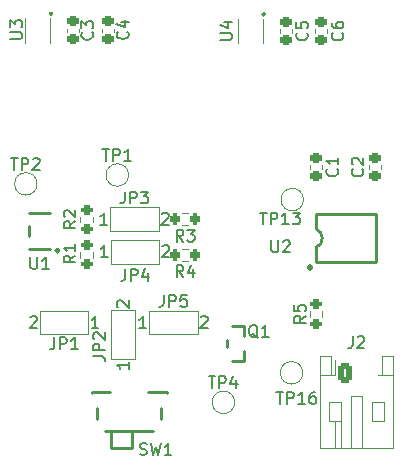
<source format=gbr>
%TF.GenerationSoftware,KiCad,Pcbnew,8.0.1*%
%TF.CreationDate,2024-03-24T23:22:49+02:00*%
%TF.ProjectId,EEE3088F_2024_Group_52_Power,45454533-3038-4384-965f-323032345f47,rev?*%
%TF.SameCoordinates,Original*%
%TF.FileFunction,Legend,Top*%
%TF.FilePolarity,Positive*%
%FSLAX46Y46*%
G04 Gerber Fmt 4.6, Leading zero omitted, Abs format (unit mm)*
G04 Created by KiCad (PCBNEW 8.0.1) date 2024-03-24 23:22:49*
%MOMM*%
%LPD*%
G01*
G04 APERTURE LIST*
G04 Aperture macros list*
%AMRoundRect*
0 Rectangle with rounded corners*
0 $1 Rounding radius*
0 $2 $3 $4 $5 $6 $7 $8 $9 X,Y pos of 4 corners*
0 Add a 4 corners polygon primitive as box body*
4,1,4,$2,$3,$4,$5,$6,$7,$8,$9,$2,$3,0*
0 Add four circle primitives for the rounded corners*
1,1,$1+$1,$2,$3*
1,1,$1+$1,$4,$5*
1,1,$1+$1,$6,$7*
1,1,$1+$1,$8,$9*
0 Add four rect primitives between the rounded corners*
20,1,$1+$1,$2,$3,$4,$5,0*
20,1,$1+$1,$4,$5,$6,$7,0*
20,1,$1+$1,$6,$7,$8,$9,0*
20,1,$1+$1,$8,$9,$2,$3,0*%
G04 Aperture macros list end*
%ADD10C,0.150000*%
%ADD11C,0.120000*%
%ADD12C,0.250000*%
%ADD13O,1.700000X1.700000*%
%ADD14R,1.700000X1.700000*%
%ADD15RoundRect,0.200000X0.200000X0.275000X-0.200000X0.275000X-0.200000X-0.275000X0.200000X-0.275000X0*%
%ADD16R,1.000000X1.500000*%
%ADD17R,1.500000X1.000000*%
%ADD18RoundRect,0.250000X-0.350000X-0.625000X0.350000X-0.625000X0.350000X0.625000X-0.350000X0.625000X0*%
%ADD19O,1.200000X1.750000*%
%ADD20RoundRect,0.225000X-0.250000X0.225000X-0.250000X-0.225000X0.250000X-0.225000X0.250000X0.225000X0*%
%ADD21R,1.600000X0.900000*%
%ADD22R,0.250000X0.520000*%
%ADD23RoundRect,0.200000X-0.275000X0.200000X-0.275000X-0.200000X0.275000X-0.200000X0.275000X0.200000X0*%
%ADD24RoundRect,0.200000X0.275000X-0.200000X0.275000X0.200000X-0.275000X0.200000X-0.275000X-0.200000X0*%
%ADD25R,1.000000X0.600000*%
%ADD26R,0.600000X1.200000*%
%ADD27R,3.300000X2.400000*%
%ADD28C,1.500000*%
%ADD29R,1.000000X0.800000*%
%ADD30R,0.700000X1.500000*%
%ADD31C,0.900000*%
%ADD32RoundRect,0.225000X0.250000X-0.225000X0.250000X0.225000X-0.250000X0.225000X-0.250000X-0.225000X0*%
G04 APERTURE END LIST*
D10*
X125333333Y-37884819D02*
X125000000Y-37408628D01*
X124761905Y-37884819D02*
X124761905Y-36884819D01*
X124761905Y-36884819D02*
X125142857Y-36884819D01*
X125142857Y-36884819D02*
X125238095Y-36932438D01*
X125238095Y-36932438D02*
X125285714Y-36980057D01*
X125285714Y-36980057D02*
X125333333Y-37075295D01*
X125333333Y-37075295D02*
X125333333Y-37218152D01*
X125333333Y-37218152D02*
X125285714Y-37313390D01*
X125285714Y-37313390D02*
X125238095Y-37361009D01*
X125238095Y-37361009D02*
X125142857Y-37408628D01*
X125142857Y-37408628D02*
X124761905Y-37408628D01*
X125666667Y-36884819D02*
X126285714Y-36884819D01*
X126285714Y-36884819D02*
X125952381Y-37265771D01*
X125952381Y-37265771D02*
X126095238Y-37265771D01*
X126095238Y-37265771D02*
X126190476Y-37313390D01*
X126190476Y-37313390D02*
X126238095Y-37361009D01*
X126238095Y-37361009D02*
X126285714Y-37456247D01*
X126285714Y-37456247D02*
X126285714Y-37694342D01*
X126285714Y-37694342D02*
X126238095Y-37789580D01*
X126238095Y-37789580D02*
X126190476Y-37837200D01*
X126190476Y-37837200D02*
X126095238Y-37884819D01*
X126095238Y-37884819D02*
X125809524Y-37884819D01*
X125809524Y-37884819D02*
X125714286Y-37837200D01*
X125714286Y-37837200D02*
X125666667Y-37789580D01*
X123666666Y-42404819D02*
X123666666Y-43119104D01*
X123666666Y-43119104D02*
X123619047Y-43261961D01*
X123619047Y-43261961D02*
X123523809Y-43357200D01*
X123523809Y-43357200D02*
X123380952Y-43404819D01*
X123380952Y-43404819D02*
X123285714Y-43404819D01*
X124142857Y-43404819D02*
X124142857Y-42404819D01*
X124142857Y-42404819D02*
X124523809Y-42404819D01*
X124523809Y-42404819D02*
X124619047Y-42452438D01*
X124619047Y-42452438D02*
X124666666Y-42500057D01*
X124666666Y-42500057D02*
X124714285Y-42595295D01*
X124714285Y-42595295D02*
X124714285Y-42738152D01*
X124714285Y-42738152D02*
X124666666Y-42833390D01*
X124666666Y-42833390D02*
X124619047Y-42881009D01*
X124619047Y-42881009D02*
X124523809Y-42928628D01*
X124523809Y-42928628D02*
X124142857Y-42928628D01*
X125619047Y-42404819D02*
X125142857Y-42404819D01*
X125142857Y-42404819D02*
X125095238Y-42881009D01*
X125095238Y-42881009D02*
X125142857Y-42833390D01*
X125142857Y-42833390D02*
X125238095Y-42785771D01*
X125238095Y-42785771D02*
X125476190Y-42785771D01*
X125476190Y-42785771D02*
X125571428Y-42833390D01*
X125571428Y-42833390D02*
X125619047Y-42881009D01*
X125619047Y-42881009D02*
X125666666Y-42976247D01*
X125666666Y-42976247D02*
X125666666Y-43214342D01*
X125666666Y-43214342D02*
X125619047Y-43309580D01*
X125619047Y-43309580D02*
X125571428Y-43357200D01*
X125571428Y-43357200D02*
X125476190Y-43404819D01*
X125476190Y-43404819D02*
X125238095Y-43404819D01*
X125238095Y-43404819D02*
X125142857Y-43357200D01*
X125142857Y-43357200D02*
X125095238Y-43309580D01*
X122185714Y-45204819D02*
X121614286Y-45204819D01*
X121900000Y-45204819D02*
X121900000Y-44204819D01*
X121900000Y-44204819D02*
X121804762Y-44347676D01*
X121804762Y-44347676D02*
X121709524Y-44442914D01*
X121709524Y-44442914D02*
X121614286Y-44490533D01*
X126814286Y-44300057D02*
X126861905Y-44252438D01*
X126861905Y-44252438D02*
X126957143Y-44204819D01*
X126957143Y-44204819D02*
X127195238Y-44204819D01*
X127195238Y-44204819D02*
X127290476Y-44252438D01*
X127290476Y-44252438D02*
X127338095Y-44300057D01*
X127338095Y-44300057D02*
X127385714Y-44395295D01*
X127385714Y-44395295D02*
X127385714Y-44490533D01*
X127385714Y-44490533D02*
X127338095Y-44633390D01*
X127338095Y-44633390D02*
X126766667Y-45204819D01*
X126766667Y-45204819D02*
X127385714Y-45204819D01*
X120416666Y-40204819D02*
X120416666Y-40919104D01*
X120416666Y-40919104D02*
X120369047Y-41061961D01*
X120369047Y-41061961D02*
X120273809Y-41157200D01*
X120273809Y-41157200D02*
X120130952Y-41204819D01*
X120130952Y-41204819D02*
X120035714Y-41204819D01*
X120892857Y-41204819D02*
X120892857Y-40204819D01*
X120892857Y-40204819D02*
X121273809Y-40204819D01*
X121273809Y-40204819D02*
X121369047Y-40252438D01*
X121369047Y-40252438D02*
X121416666Y-40300057D01*
X121416666Y-40300057D02*
X121464285Y-40395295D01*
X121464285Y-40395295D02*
X121464285Y-40538152D01*
X121464285Y-40538152D02*
X121416666Y-40633390D01*
X121416666Y-40633390D02*
X121369047Y-40681009D01*
X121369047Y-40681009D02*
X121273809Y-40728628D01*
X121273809Y-40728628D02*
X120892857Y-40728628D01*
X122321428Y-40538152D02*
X122321428Y-41204819D01*
X122083333Y-40157200D02*
X121845238Y-40871485D01*
X121845238Y-40871485D02*
X122464285Y-40871485D01*
X118935714Y-39204819D02*
X118364286Y-39204819D01*
X118650000Y-39204819D02*
X118650000Y-38204819D01*
X118650000Y-38204819D02*
X118554762Y-38347676D01*
X118554762Y-38347676D02*
X118459524Y-38442914D01*
X118459524Y-38442914D02*
X118364286Y-38490533D01*
X123564286Y-38300057D02*
X123611905Y-38252438D01*
X123611905Y-38252438D02*
X123707143Y-38204819D01*
X123707143Y-38204819D02*
X123945238Y-38204819D01*
X123945238Y-38204819D02*
X124040476Y-38252438D01*
X124040476Y-38252438D02*
X124088095Y-38300057D01*
X124088095Y-38300057D02*
X124135714Y-38395295D01*
X124135714Y-38395295D02*
X124135714Y-38490533D01*
X124135714Y-38490533D02*
X124088095Y-38633390D01*
X124088095Y-38633390D02*
X123516667Y-39204819D01*
X123516667Y-39204819D02*
X124135714Y-39204819D01*
X117704819Y-47583333D02*
X118419104Y-47583333D01*
X118419104Y-47583333D02*
X118561961Y-47630952D01*
X118561961Y-47630952D02*
X118657200Y-47726190D01*
X118657200Y-47726190D02*
X118704819Y-47869047D01*
X118704819Y-47869047D02*
X118704819Y-47964285D01*
X118704819Y-47107142D02*
X117704819Y-47107142D01*
X117704819Y-47107142D02*
X117704819Y-46726190D01*
X117704819Y-46726190D02*
X117752438Y-46630952D01*
X117752438Y-46630952D02*
X117800057Y-46583333D01*
X117800057Y-46583333D02*
X117895295Y-46535714D01*
X117895295Y-46535714D02*
X118038152Y-46535714D01*
X118038152Y-46535714D02*
X118133390Y-46583333D01*
X118133390Y-46583333D02*
X118181009Y-46630952D01*
X118181009Y-46630952D02*
X118228628Y-46726190D01*
X118228628Y-46726190D02*
X118228628Y-47107142D01*
X117800057Y-46154761D02*
X117752438Y-46107142D01*
X117752438Y-46107142D02*
X117704819Y-46011904D01*
X117704819Y-46011904D02*
X117704819Y-45773809D01*
X117704819Y-45773809D02*
X117752438Y-45678571D01*
X117752438Y-45678571D02*
X117800057Y-45630952D01*
X117800057Y-45630952D02*
X117895295Y-45583333D01*
X117895295Y-45583333D02*
X117990533Y-45583333D01*
X117990533Y-45583333D02*
X118133390Y-45630952D01*
X118133390Y-45630952D02*
X118704819Y-46202380D01*
X118704819Y-46202380D02*
X118704819Y-45583333D01*
X120704819Y-48064285D02*
X120704819Y-48635713D01*
X120704819Y-48349999D02*
X119704819Y-48349999D01*
X119704819Y-48349999D02*
X119847676Y-48445237D01*
X119847676Y-48445237D02*
X119942914Y-48540475D01*
X119942914Y-48540475D02*
X119990533Y-48635713D01*
X119800057Y-43435713D02*
X119752438Y-43388094D01*
X119752438Y-43388094D02*
X119704819Y-43292856D01*
X119704819Y-43292856D02*
X119704819Y-43054761D01*
X119704819Y-43054761D02*
X119752438Y-42959523D01*
X119752438Y-42959523D02*
X119800057Y-42911904D01*
X119800057Y-42911904D02*
X119895295Y-42864285D01*
X119895295Y-42864285D02*
X119990533Y-42864285D01*
X119990533Y-42864285D02*
X120133390Y-42911904D01*
X120133390Y-42911904D02*
X120704819Y-43483332D01*
X120704819Y-43483332D02*
X120704819Y-42864285D01*
X114416666Y-46004819D02*
X114416666Y-46719104D01*
X114416666Y-46719104D02*
X114369047Y-46861961D01*
X114369047Y-46861961D02*
X114273809Y-46957200D01*
X114273809Y-46957200D02*
X114130952Y-47004819D01*
X114130952Y-47004819D02*
X114035714Y-47004819D01*
X114892857Y-47004819D02*
X114892857Y-46004819D01*
X114892857Y-46004819D02*
X115273809Y-46004819D01*
X115273809Y-46004819D02*
X115369047Y-46052438D01*
X115369047Y-46052438D02*
X115416666Y-46100057D01*
X115416666Y-46100057D02*
X115464285Y-46195295D01*
X115464285Y-46195295D02*
X115464285Y-46338152D01*
X115464285Y-46338152D02*
X115416666Y-46433390D01*
X115416666Y-46433390D02*
X115369047Y-46481009D01*
X115369047Y-46481009D02*
X115273809Y-46528628D01*
X115273809Y-46528628D02*
X114892857Y-46528628D01*
X116416666Y-47004819D02*
X115845238Y-47004819D01*
X116130952Y-47004819D02*
X116130952Y-46004819D01*
X116130952Y-46004819D02*
X116035714Y-46147676D01*
X116035714Y-46147676D02*
X115940476Y-46242914D01*
X115940476Y-46242914D02*
X115845238Y-46290533D01*
X118135714Y-45204819D02*
X117564286Y-45204819D01*
X117850000Y-45204819D02*
X117850000Y-44204819D01*
X117850000Y-44204819D02*
X117754762Y-44347676D01*
X117754762Y-44347676D02*
X117659524Y-44442914D01*
X117659524Y-44442914D02*
X117564286Y-44490533D01*
X112364286Y-44300057D02*
X112411905Y-44252438D01*
X112411905Y-44252438D02*
X112507143Y-44204819D01*
X112507143Y-44204819D02*
X112745238Y-44204819D01*
X112745238Y-44204819D02*
X112840476Y-44252438D01*
X112840476Y-44252438D02*
X112888095Y-44300057D01*
X112888095Y-44300057D02*
X112935714Y-44395295D01*
X112935714Y-44395295D02*
X112935714Y-44490533D01*
X112935714Y-44490533D02*
X112888095Y-44633390D01*
X112888095Y-44633390D02*
X112316667Y-45204819D01*
X112316667Y-45204819D02*
X112935714Y-45204819D01*
X120366666Y-33654819D02*
X120366666Y-34369104D01*
X120366666Y-34369104D02*
X120319047Y-34511961D01*
X120319047Y-34511961D02*
X120223809Y-34607200D01*
X120223809Y-34607200D02*
X120080952Y-34654819D01*
X120080952Y-34654819D02*
X119985714Y-34654819D01*
X120842857Y-34654819D02*
X120842857Y-33654819D01*
X120842857Y-33654819D02*
X121223809Y-33654819D01*
X121223809Y-33654819D02*
X121319047Y-33702438D01*
X121319047Y-33702438D02*
X121366666Y-33750057D01*
X121366666Y-33750057D02*
X121414285Y-33845295D01*
X121414285Y-33845295D02*
X121414285Y-33988152D01*
X121414285Y-33988152D02*
X121366666Y-34083390D01*
X121366666Y-34083390D02*
X121319047Y-34131009D01*
X121319047Y-34131009D02*
X121223809Y-34178628D01*
X121223809Y-34178628D02*
X120842857Y-34178628D01*
X121747619Y-33654819D02*
X122366666Y-33654819D01*
X122366666Y-33654819D02*
X122033333Y-34035771D01*
X122033333Y-34035771D02*
X122176190Y-34035771D01*
X122176190Y-34035771D02*
X122271428Y-34083390D01*
X122271428Y-34083390D02*
X122319047Y-34131009D01*
X122319047Y-34131009D02*
X122366666Y-34226247D01*
X122366666Y-34226247D02*
X122366666Y-34464342D01*
X122366666Y-34464342D02*
X122319047Y-34559580D01*
X122319047Y-34559580D02*
X122271428Y-34607200D01*
X122271428Y-34607200D02*
X122176190Y-34654819D01*
X122176190Y-34654819D02*
X121890476Y-34654819D01*
X121890476Y-34654819D02*
X121795238Y-34607200D01*
X121795238Y-34607200D02*
X121747619Y-34559580D01*
X118885714Y-36454819D02*
X118314286Y-36454819D01*
X118600000Y-36454819D02*
X118600000Y-35454819D01*
X118600000Y-35454819D02*
X118504762Y-35597676D01*
X118504762Y-35597676D02*
X118409524Y-35692914D01*
X118409524Y-35692914D02*
X118314286Y-35740533D01*
X123514286Y-35550057D02*
X123561905Y-35502438D01*
X123561905Y-35502438D02*
X123657143Y-35454819D01*
X123657143Y-35454819D02*
X123895238Y-35454819D01*
X123895238Y-35454819D02*
X123990476Y-35502438D01*
X123990476Y-35502438D02*
X124038095Y-35550057D01*
X124038095Y-35550057D02*
X124085714Y-35645295D01*
X124085714Y-35645295D02*
X124085714Y-35740533D01*
X124085714Y-35740533D02*
X124038095Y-35883390D01*
X124038095Y-35883390D02*
X123466667Y-36454819D01*
X123466667Y-36454819D02*
X124085714Y-36454819D01*
X139666666Y-45904819D02*
X139666666Y-46619104D01*
X139666666Y-46619104D02*
X139619047Y-46761961D01*
X139619047Y-46761961D02*
X139523809Y-46857200D01*
X139523809Y-46857200D02*
X139380952Y-46904819D01*
X139380952Y-46904819D02*
X139285714Y-46904819D01*
X140095238Y-46000057D02*
X140142857Y-45952438D01*
X140142857Y-45952438D02*
X140238095Y-45904819D01*
X140238095Y-45904819D02*
X140476190Y-45904819D01*
X140476190Y-45904819D02*
X140571428Y-45952438D01*
X140571428Y-45952438D02*
X140619047Y-46000057D01*
X140619047Y-46000057D02*
X140666666Y-46095295D01*
X140666666Y-46095295D02*
X140666666Y-46190533D01*
X140666666Y-46190533D02*
X140619047Y-46333390D01*
X140619047Y-46333390D02*
X140047619Y-46904819D01*
X140047619Y-46904819D02*
X140666666Y-46904819D01*
X117609580Y-20166666D02*
X117657200Y-20214285D01*
X117657200Y-20214285D02*
X117704819Y-20357142D01*
X117704819Y-20357142D02*
X117704819Y-20452380D01*
X117704819Y-20452380D02*
X117657200Y-20595237D01*
X117657200Y-20595237D02*
X117561961Y-20690475D01*
X117561961Y-20690475D02*
X117466723Y-20738094D01*
X117466723Y-20738094D02*
X117276247Y-20785713D01*
X117276247Y-20785713D02*
X117133390Y-20785713D01*
X117133390Y-20785713D02*
X116942914Y-20738094D01*
X116942914Y-20738094D02*
X116847676Y-20690475D01*
X116847676Y-20690475D02*
X116752438Y-20595237D01*
X116752438Y-20595237D02*
X116704819Y-20452380D01*
X116704819Y-20452380D02*
X116704819Y-20357142D01*
X116704819Y-20357142D02*
X116752438Y-20214285D01*
X116752438Y-20214285D02*
X116800057Y-20166666D01*
X116704819Y-19833332D02*
X116704819Y-19214285D01*
X116704819Y-19214285D02*
X117085771Y-19547618D01*
X117085771Y-19547618D02*
X117085771Y-19404761D01*
X117085771Y-19404761D02*
X117133390Y-19309523D01*
X117133390Y-19309523D02*
X117181009Y-19261904D01*
X117181009Y-19261904D02*
X117276247Y-19214285D01*
X117276247Y-19214285D02*
X117514342Y-19214285D01*
X117514342Y-19214285D02*
X117609580Y-19261904D01*
X117609580Y-19261904D02*
X117657200Y-19309523D01*
X117657200Y-19309523D02*
X117704819Y-19404761D01*
X117704819Y-19404761D02*
X117704819Y-19690475D01*
X117704819Y-19690475D02*
X117657200Y-19785713D01*
X117657200Y-19785713D02*
X117609580Y-19833332D01*
X120609580Y-20116666D02*
X120657200Y-20164285D01*
X120657200Y-20164285D02*
X120704819Y-20307142D01*
X120704819Y-20307142D02*
X120704819Y-20402380D01*
X120704819Y-20402380D02*
X120657200Y-20545237D01*
X120657200Y-20545237D02*
X120561961Y-20640475D01*
X120561961Y-20640475D02*
X120466723Y-20688094D01*
X120466723Y-20688094D02*
X120276247Y-20735713D01*
X120276247Y-20735713D02*
X120133390Y-20735713D01*
X120133390Y-20735713D02*
X119942914Y-20688094D01*
X119942914Y-20688094D02*
X119847676Y-20640475D01*
X119847676Y-20640475D02*
X119752438Y-20545237D01*
X119752438Y-20545237D02*
X119704819Y-20402380D01*
X119704819Y-20402380D02*
X119704819Y-20307142D01*
X119704819Y-20307142D02*
X119752438Y-20164285D01*
X119752438Y-20164285D02*
X119800057Y-20116666D01*
X120038152Y-19259523D02*
X120704819Y-19259523D01*
X119657200Y-19497618D02*
X120371485Y-19735713D01*
X120371485Y-19735713D02*
X120371485Y-19116666D01*
X110704819Y-20711904D02*
X111514342Y-20711904D01*
X111514342Y-20711904D02*
X111609580Y-20664285D01*
X111609580Y-20664285D02*
X111657200Y-20616666D01*
X111657200Y-20616666D02*
X111704819Y-20521428D01*
X111704819Y-20521428D02*
X111704819Y-20330952D01*
X111704819Y-20330952D02*
X111657200Y-20235714D01*
X111657200Y-20235714D02*
X111609580Y-20188095D01*
X111609580Y-20188095D02*
X111514342Y-20140476D01*
X111514342Y-20140476D02*
X110704819Y-20140476D01*
X110704819Y-19759523D02*
X110704819Y-19140476D01*
X110704819Y-19140476D02*
X111085771Y-19473809D01*
X111085771Y-19473809D02*
X111085771Y-19330952D01*
X111085771Y-19330952D02*
X111133390Y-19235714D01*
X111133390Y-19235714D02*
X111181009Y-19188095D01*
X111181009Y-19188095D02*
X111276247Y-19140476D01*
X111276247Y-19140476D02*
X111514342Y-19140476D01*
X111514342Y-19140476D02*
X111609580Y-19188095D01*
X111609580Y-19188095D02*
X111657200Y-19235714D01*
X111657200Y-19235714D02*
X111704819Y-19330952D01*
X111704819Y-19330952D02*
X111704819Y-19616666D01*
X111704819Y-19616666D02*
X111657200Y-19711904D01*
X111657200Y-19711904D02*
X111609580Y-19759523D01*
X135704819Y-44166666D02*
X135228628Y-44499999D01*
X135704819Y-44738094D02*
X134704819Y-44738094D01*
X134704819Y-44738094D02*
X134704819Y-44357142D01*
X134704819Y-44357142D02*
X134752438Y-44261904D01*
X134752438Y-44261904D02*
X134800057Y-44214285D01*
X134800057Y-44214285D02*
X134895295Y-44166666D01*
X134895295Y-44166666D02*
X135038152Y-44166666D01*
X135038152Y-44166666D02*
X135133390Y-44214285D01*
X135133390Y-44214285D02*
X135181009Y-44261904D01*
X135181009Y-44261904D02*
X135228628Y-44357142D01*
X135228628Y-44357142D02*
X135228628Y-44738094D01*
X134704819Y-43261904D02*
X134704819Y-43738094D01*
X134704819Y-43738094D02*
X135181009Y-43785713D01*
X135181009Y-43785713D02*
X135133390Y-43738094D01*
X135133390Y-43738094D02*
X135085771Y-43642856D01*
X135085771Y-43642856D02*
X135085771Y-43404761D01*
X135085771Y-43404761D02*
X135133390Y-43309523D01*
X135133390Y-43309523D02*
X135181009Y-43261904D01*
X135181009Y-43261904D02*
X135276247Y-43214285D01*
X135276247Y-43214285D02*
X135514342Y-43214285D01*
X135514342Y-43214285D02*
X135609580Y-43261904D01*
X135609580Y-43261904D02*
X135657200Y-43309523D01*
X135657200Y-43309523D02*
X135704819Y-43404761D01*
X135704819Y-43404761D02*
X135704819Y-43642856D01*
X135704819Y-43642856D02*
X135657200Y-43738094D01*
X135657200Y-43738094D02*
X135609580Y-43785713D01*
X128454819Y-20811904D02*
X129264342Y-20811904D01*
X129264342Y-20811904D02*
X129359580Y-20764285D01*
X129359580Y-20764285D02*
X129407200Y-20716666D01*
X129407200Y-20716666D02*
X129454819Y-20621428D01*
X129454819Y-20621428D02*
X129454819Y-20430952D01*
X129454819Y-20430952D02*
X129407200Y-20335714D01*
X129407200Y-20335714D02*
X129359580Y-20288095D01*
X129359580Y-20288095D02*
X129264342Y-20240476D01*
X129264342Y-20240476D02*
X128454819Y-20240476D01*
X128788152Y-19335714D02*
X129454819Y-19335714D01*
X128407200Y-19573809D02*
X129121485Y-19811904D01*
X129121485Y-19811904D02*
X129121485Y-19192857D01*
X116204819Y-39066666D02*
X115728628Y-39399999D01*
X116204819Y-39638094D02*
X115204819Y-39638094D01*
X115204819Y-39638094D02*
X115204819Y-39257142D01*
X115204819Y-39257142D02*
X115252438Y-39161904D01*
X115252438Y-39161904D02*
X115300057Y-39114285D01*
X115300057Y-39114285D02*
X115395295Y-39066666D01*
X115395295Y-39066666D02*
X115538152Y-39066666D01*
X115538152Y-39066666D02*
X115633390Y-39114285D01*
X115633390Y-39114285D02*
X115681009Y-39161904D01*
X115681009Y-39161904D02*
X115728628Y-39257142D01*
X115728628Y-39257142D02*
X115728628Y-39638094D01*
X116204819Y-38114285D02*
X116204819Y-38685713D01*
X116204819Y-38399999D02*
X115204819Y-38399999D01*
X115204819Y-38399999D02*
X115347676Y-38495237D01*
X115347676Y-38495237D02*
X115442914Y-38590475D01*
X115442914Y-38590475D02*
X115490533Y-38685713D01*
X112388095Y-39204819D02*
X112388095Y-40014342D01*
X112388095Y-40014342D02*
X112435714Y-40109580D01*
X112435714Y-40109580D02*
X112483333Y-40157200D01*
X112483333Y-40157200D02*
X112578571Y-40204819D01*
X112578571Y-40204819D02*
X112769047Y-40204819D01*
X112769047Y-40204819D02*
X112864285Y-40157200D01*
X112864285Y-40157200D02*
X112911904Y-40109580D01*
X112911904Y-40109580D02*
X112959523Y-40014342D01*
X112959523Y-40014342D02*
X112959523Y-39204819D01*
X113959523Y-40204819D02*
X113388095Y-40204819D01*
X113673809Y-40204819D02*
X113673809Y-39204819D01*
X113673809Y-39204819D02*
X113578571Y-39347676D01*
X113578571Y-39347676D02*
X113483333Y-39442914D01*
X113483333Y-39442914D02*
X113388095Y-39490533D01*
X132798095Y-37788819D02*
X132798095Y-38598342D01*
X132798095Y-38598342D02*
X132845714Y-38693580D01*
X132845714Y-38693580D02*
X132893333Y-38741200D01*
X132893333Y-38741200D02*
X132988571Y-38788819D01*
X132988571Y-38788819D02*
X133179047Y-38788819D01*
X133179047Y-38788819D02*
X133274285Y-38741200D01*
X133274285Y-38741200D02*
X133321904Y-38693580D01*
X133321904Y-38693580D02*
X133369523Y-38598342D01*
X133369523Y-38598342D02*
X133369523Y-37788819D01*
X133798095Y-37884057D02*
X133845714Y-37836438D01*
X133845714Y-37836438D02*
X133940952Y-37788819D01*
X133940952Y-37788819D02*
X134179047Y-37788819D01*
X134179047Y-37788819D02*
X134274285Y-37836438D01*
X134274285Y-37836438D02*
X134321904Y-37884057D01*
X134321904Y-37884057D02*
X134369523Y-37979295D01*
X134369523Y-37979295D02*
X134369523Y-38074533D01*
X134369523Y-38074533D02*
X134321904Y-38217390D01*
X134321904Y-38217390D02*
X133750476Y-38788819D01*
X133750476Y-38788819D02*
X134369523Y-38788819D01*
X133201905Y-50620819D02*
X133773333Y-50620819D01*
X133487619Y-51620819D02*
X133487619Y-50620819D01*
X134106667Y-51620819D02*
X134106667Y-50620819D01*
X134106667Y-50620819D02*
X134487619Y-50620819D01*
X134487619Y-50620819D02*
X134582857Y-50668438D01*
X134582857Y-50668438D02*
X134630476Y-50716057D01*
X134630476Y-50716057D02*
X134678095Y-50811295D01*
X134678095Y-50811295D02*
X134678095Y-50954152D01*
X134678095Y-50954152D02*
X134630476Y-51049390D01*
X134630476Y-51049390D02*
X134582857Y-51097009D01*
X134582857Y-51097009D02*
X134487619Y-51144628D01*
X134487619Y-51144628D02*
X134106667Y-51144628D01*
X135630476Y-51620819D02*
X135059048Y-51620819D01*
X135344762Y-51620819D02*
X135344762Y-50620819D01*
X135344762Y-50620819D02*
X135249524Y-50763676D01*
X135249524Y-50763676D02*
X135154286Y-50858914D01*
X135154286Y-50858914D02*
X135059048Y-50906533D01*
X136487619Y-50620819D02*
X136297143Y-50620819D01*
X136297143Y-50620819D02*
X136201905Y-50668438D01*
X136201905Y-50668438D02*
X136154286Y-50716057D01*
X136154286Y-50716057D02*
X136059048Y-50858914D01*
X136059048Y-50858914D02*
X136011429Y-51049390D01*
X136011429Y-51049390D02*
X136011429Y-51430342D01*
X136011429Y-51430342D02*
X136059048Y-51525580D01*
X136059048Y-51525580D02*
X136106667Y-51573200D01*
X136106667Y-51573200D02*
X136201905Y-51620819D01*
X136201905Y-51620819D02*
X136392381Y-51620819D01*
X136392381Y-51620819D02*
X136487619Y-51573200D01*
X136487619Y-51573200D02*
X136535238Y-51525580D01*
X136535238Y-51525580D02*
X136582857Y-51430342D01*
X136582857Y-51430342D02*
X136582857Y-51192247D01*
X136582857Y-51192247D02*
X136535238Y-51097009D01*
X136535238Y-51097009D02*
X136487619Y-51049390D01*
X136487619Y-51049390D02*
X136392381Y-51001771D01*
X136392381Y-51001771D02*
X136201905Y-51001771D01*
X136201905Y-51001771D02*
X136106667Y-51049390D01*
X136106667Y-51049390D02*
X136059048Y-51097009D01*
X136059048Y-51097009D02*
X136011429Y-51192247D01*
X131821905Y-35436819D02*
X132393333Y-35436819D01*
X132107619Y-36436819D02*
X132107619Y-35436819D01*
X132726667Y-36436819D02*
X132726667Y-35436819D01*
X132726667Y-35436819D02*
X133107619Y-35436819D01*
X133107619Y-35436819D02*
X133202857Y-35484438D01*
X133202857Y-35484438D02*
X133250476Y-35532057D01*
X133250476Y-35532057D02*
X133298095Y-35627295D01*
X133298095Y-35627295D02*
X133298095Y-35770152D01*
X133298095Y-35770152D02*
X133250476Y-35865390D01*
X133250476Y-35865390D02*
X133202857Y-35913009D01*
X133202857Y-35913009D02*
X133107619Y-35960628D01*
X133107619Y-35960628D02*
X132726667Y-35960628D01*
X134250476Y-36436819D02*
X133679048Y-36436819D01*
X133964762Y-36436819D02*
X133964762Y-35436819D01*
X133964762Y-35436819D02*
X133869524Y-35579676D01*
X133869524Y-35579676D02*
X133774286Y-35674914D01*
X133774286Y-35674914D02*
X133679048Y-35722533D01*
X134583810Y-35436819D02*
X135202857Y-35436819D01*
X135202857Y-35436819D02*
X134869524Y-35817771D01*
X134869524Y-35817771D02*
X135012381Y-35817771D01*
X135012381Y-35817771D02*
X135107619Y-35865390D01*
X135107619Y-35865390D02*
X135155238Y-35913009D01*
X135155238Y-35913009D02*
X135202857Y-36008247D01*
X135202857Y-36008247D02*
X135202857Y-36246342D01*
X135202857Y-36246342D02*
X135155238Y-36341580D01*
X135155238Y-36341580D02*
X135107619Y-36389200D01*
X135107619Y-36389200D02*
X135012381Y-36436819D01*
X135012381Y-36436819D02*
X134726667Y-36436819D01*
X134726667Y-36436819D02*
X134631429Y-36389200D01*
X134631429Y-36389200D02*
X134583810Y-36341580D01*
X127474095Y-49306819D02*
X128045523Y-49306819D01*
X127759809Y-50306819D02*
X127759809Y-49306819D01*
X128378857Y-50306819D02*
X128378857Y-49306819D01*
X128378857Y-49306819D02*
X128759809Y-49306819D01*
X128759809Y-49306819D02*
X128855047Y-49354438D01*
X128855047Y-49354438D02*
X128902666Y-49402057D01*
X128902666Y-49402057D02*
X128950285Y-49497295D01*
X128950285Y-49497295D02*
X128950285Y-49640152D01*
X128950285Y-49640152D02*
X128902666Y-49735390D01*
X128902666Y-49735390D02*
X128855047Y-49783009D01*
X128855047Y-49783009D02*
X128759809Y-49830628D01*
X128759809Y-49830628D02*
X128378857Y-49830628D01*
X129807428Y-49640152D02*
X129807428Y-50306819D01*
X129569333Y-49259200D02*
X129331238Y-49973485D01*
X129331238Y-49973485D02*
X129950285Y-49973485D01*
X110738095Y-30806819D02*
X111309523Y-30806819D01*
X111023809Y-31806819D02*
X111023809Y-30806819D01*
X111642857Y-31806819D02*
X111642857Y-30806819D01*
X111642857Y-30806819D02*
X112023809Y-30806819D01*
X112023809Y-30806819D02*
X112119047Y-30854438D01*
X112119047Y-30854438D02*
X112166666Y-30902057D01*
X112166666Y-30902057D02*
X112214285Y-30997295D01*
X112214285Y-30997295D02*
X112214285Y-31140152D01*
X112214285Y-31140152D02*
X112166666Y-31235390D01*
X112166666Y-31235390D02*
X112119047Y-31283009D01*
X112119047Y-31283009D02*
X112023809Y-31330628D01*
X112023809Y-31330628D02*
X111642857Y-31330628D01*
X112595238Y-30902057D02*
X112642857Y-30854438D01*
X112642857Y-30854438D02*
X112738095Y-30806819D01*
X112738095Y-30806819D02*
X112976190Y-30806819D01*
X112976190Y-30806819D02*
X113071428Y-30854438D01*
X113071428Y-30854438D02*
X113119047Y-30902057D01*
X113119047Y-30902057D02*
X113166666Y-30997295D01*
X113166666Y-30997295D02*
X113166666Y-31092533D01*
X113166666Y-31092533D02*
X113119047Y-31235390D01*
X113119047Y-31235390D02*
X112547619Y-31806819D01*
X112547619Y-31806819D02*
X113166666Y-31806819D01*
X118488095Y-30056819D02*
X119059523Y-30056819D01*
X118773809Y-31056819D02*
X118773809Y-30056819D01*
X119392857Y-31056819D02*
X119392857Y-30056819D01*
X119392857Y-30056819D02*
X119773809Y-30056819D01*
X119773809Y-30056819D02*
X119869047Y-30104438D01*
X119869047Y-30104438D02*
X119916666Y-30152057D01*
X119916666Y-30152057D02*
X119964285Y-30247295D01*
X119964285Y-30247295D02*
X119964285Y-30390152D01*
X119964285Y-30390152D02*
X119916666Y-30485390D01*
X119916666Y-30485390D02*
X119869047Y-30533009D01*
X119869047Y-30533009D02*
X119773809Y-30580628D01*
X119773809Y-30580628D02*
X119392857Y-30580628D01*
X120916666Y-31056819D02*
X120345238Y-31056819D01*
X120630952Y-31056819D02*
X120630952Y-30056819D01*
X120630952Y-30056819D02*
X120535714Y-30199676D01*
X120535714Y-30199676D02*
X120440476Y-30294914D01*
X120440476Y-30294914D02*
X120345238Y-30342533D01*
X121666667Y-55907200D02*
X121809524Y-55954819D01*
X121809524Y-55954819D02*
X122047619Y-55954819D01*
X122047619Y-55954819D02*
X122142857Y-55907200D01*
X122142857Y-55907200D02*
X122190476Y-55859580D01*
X122190476Y-55859580D02*
X122238095Y-55764342D01*
X122238095Y-55764342D02*
X122238095Y-55669104D01*
X122238095Y-55669104D02*
X122190476Y-55573866D01*
X122190476Y-55573866D02*
X122142857Y-55526247D01*
X122142857Y-55526247D02*
X122047619Y-55478628D01*
X122047619Y-55478628D02*
X121857143Y-55431009D01*
X121857143Y-55431009D02*
X121761905Y-55383390D01*
X121761905Y-55383390D02*
X121714286Y-55335771D01*
X121714286Y-55335771D02*
X121666667Y-55240533D01*
X121666667Y-55240533D02*
X121666667Y-55145295D01*
X121666667Y-55145295D02*
X121714286Y-55050057D01*
X121714286Y-55050057D02*
X121761905Y-55002438D01*
X121761905Y-55002438D02*
X121857143Y-54954819D01*
X121857143Y-54954819D02*
X122095238Y-54954819D01*
X122095238Y-54954819D02*
X122238095Y-55002438D01*
X122571429Y-54954819D02*
X122809524Y-55954819D01*
X122809524Y-55954819D02*
X123000000Y-55240533D01*
X123000000Y-55240533D02*
X123190476Y-55954819D01*
X123190476Y-55954819D02*
X123428572Y-54954819D01*
X124333333Y-55954819D02*
X123761905Y-55954819D01*
X124047619Y-55954819D02*
X124047619Y-54954819D01*
X124047619Y-54954819D02*
X123952381Y-55097676D01*
X123952381Y-55097676D02*
X123857143Y-55192914D01*
X123857143Y-55192914D02*
X123761905Y-55240533D01*
X125333333Y-40884819D02*
X125000000Y-40408628D01*
X124761905Y-40884819D02*
X124761905Y-39884819D01*
X124761905Y-39884819D02*
X125142857Y-39884819D01*
X125142857Y-39884819D02*
X125238095Y-39932438D01*
X125238095Y-39932438D02*
X125285714Y-39980057D01*
X125285714Y-39980057D02*
X125333333Y-40075295D01*
X125333333Y-40075295D02*
X125333333Y-40218152D01*
X125333333Y-40218152D02*
X125285714Y-40313390D01*
X125285714Y-40313390D02*
X125238095Y-40361009D01*
X125238095Y-40361009D02*
X125142857Y-40408628D01*
X125142857Y-40408628D02*
X124761905Y-40408628D01*
X126190476Y-40218152D02*
X126190476Y-40884819D01*
X125952381Y-39837200D02*
X125714286Y-40551485D01*
X125714286Y-40551485D02*
X126333333Y-40551485D01*
X116204819Y-36166666D02*
X115728628Y-36499999D01*
X116204819Y-36738094D02*
X115204819Y-36738094D01*
X115204819Y-36738094D02*
X115204819Y-36357142D01*
X115204819Y-36357142D02*
X115252438Y-36261904D01*
X115252438Y-36261904D02*
X115300057Y-36214285D01*
X115300057Y-36214285D02*
X115395295Y-36166666D01*
X115395295Y-36166666D02*
X115538152Y-36166666D01*
X115538152Y-36166666D02*
X115633390Y-36214285D01*
X115633390Y-36214285D02*
X115681009Y-36261904D01*
X115681009Y-36261904D02*
X115728628Y-36357142D01*
X115728628Y-36357142D02*
X115728628Y-36738094D01*
X115300057Y-35785713D02*
X115252438Y-35738094D01*
X115252438Y-35738094D02*
X115204819Y-35642856D01*
X115204819Y-35642856D02*
X115204819Y-35404761D01*
X115204819Y-35404761D02*
X115252438Y-35309523D01*
X115252438Y-35309523D02*
X115300057Y-35261904D01*
X115300057Y-35261904D02*
X115395295Y-35214285D01*
X115395295Y-35214285D02*
X115490533Y-35214285D01*
X115490533Y-35214285D02*
X115633390Y-35261904D01*
X115633390Y-35261904D02*
X116204819Y-35833332D01*
X116204819Y-35833332D02*
X116204819Y-35214285D01*
X131654761Y-46050057D02*
X131559523Y-46002438D01*
X131559523Y-46002438D02*
X131464285Y-45907200D01*
X131464285Y-45907200D02*
X131321428Y-45764342D01*
X131321428Y-45764342D02*
X131226190Y-45716723D01*
X131226190Y-45716723D02*
X131130952Y-45716723D01*
X131178571Y-45954819D02*
X131083333Y-45907200D01*
X131083333Y-45907200D02*
X130988095Y-45811961D01*
X130988095Y-45811961D02*
X130940476Y-45621485D01*
X130940476Y-45621485D02*
X130940476Y-45288152D01*
X130940476Y-45288152D02*
X130988095Y-45097676D01*
X130988095Y-45097676D02*
X131083333Y-45002438D01*
X131083333Y-45002438D02*
X131178571Y-44954819D01*
X131178571Y-44954819D02*
X131369047Y-44954819D01*
X131369047Y-44954819D02*
X131464285Y-45002438D01*
X131464285Y-45002438D02*
X131559523Y-45097676D01*
X131559523Y-45097676D02*
X131607142Y-45288152D01*
X131607142Y-45288152D02*
X131607142Y-45621485D01*
X131607142Y-45621485D02*
X131559523Y-45811961D01*
X131559523Y-45811961D02*
X131464285Y-45907200D01*
X131464285Y-45907200D02*
X131369047Y-45954819D01*
X131369047Y-45954819D02*
X131178571Y-45954819D01*
X132559523Y-45954819D02*
X131988095Y-45954819D01*
X132273809Y-45954819D02*
X132273809Y-44954819D01*
X132273809Y-44954819D02*
X132178571Y-45097676D01*
X132178571Y-45097676D02*
X132083333Y-45192914D01*
X132083333Y-45192914D02*
X131988095Y-45240533D01*
X138789580Y-20216666D02*
X138837200Y-20264285D01*
X138837200Y-20264285D02*
X138884819Y-20407142D01*
X138884819Y-20407142D02*
X138884819Y-20502380D01*
X138884819Y-20502380D02*
X138837200Y-20645237D01*
X138837200Y-20645237D02*
X138741961Y-20740475D01*
X138741961Y-20740475D02*
X138646723Y-20788094D01*
X138646723Y-20788094D02*
X138456247Y-20835713D01*
X138456247Y-20835713D02*
X138313390Y-20835713D01*
X138313390Y-20835713D02*
X138122914Y-20788094D01*
X138122914Y-20788094D02*
X138027676Y-20740475D01*
X138027676Y-20740475D02*
X137932438Y-20645237D01*
X137932438Y-20645237D02*
X137884819Y-20502380D01*
X137884819Y-20502380D02*
X137884819Y-20407142D01*
X137884819Y-20407142D02*
X137932438Y-20264285D01*
X137932438Y-20264285D02*
X137980057Y-20216666D01*
X137884819Y-19359523D02*
X137884819Y-19549999D01*
X137884819Y-19549999D02*
X137932438Y-19645237D01*
X137932438Y-19645237D02*
X137980057Y-19692856D01*
X137980057Y-19692856D02*
X138122914Y-19788094D01*
X138122914Y-19788094D02*
X138313390Y-19835713D01*
X138313390Y-19835713D02*
X138694342Y-19835713D01*
X138694342Y-19835713D02*
X138789580Y-19788094D01*
X138789580Y-19788094D02*
X138837200Y-19740475D01*
X138837200Y-19740475D02*
X138884819Y-19645237D01*
X138884819Y-19645237D02*
X138884819Y-19454761D01*
X138884819Y-19454761D02*
X138837200Y-19359523D01*
X138837200Y-19359523D02*
X138789580Y-19311904D01*
X138789580Y-19311904D02*
X138694342Y-19264285D01*
X138694342Y-19264285D02*
X138456247Y-19264285D01*
X138456247Y-19264285D02*
X138361009Y-19311904D01*
X138361009Y-19311904D02*
X138313390Y-19359523D01*
X138313390Y-19359523D02*
X138265771Y-19454761D01*
X138265771Y-19454761D02*
X138265771Y-19645237D01*
X138265771Y-19645237D02*
X138313390Y-19740475D01*
X138313390Y-19740475D02*
X138361009Y-19788094D01*
X138361009Y-19788094D02*
X138456247Y-19835713D01*
X135789580Y-20216666D02*
X135837200Y-20264285D01*
X135837200Y-20264285D02*
X135884819Y-20407142D01*
X135884819Y-20407142D02*
X135884819Y-20502380D01*
X135884819Y-20502380D02*
X135837200Y-20645237D01*
X135837200Y-20645237D02*
X135741961Y-20740475D01*
X135741961Y-20740475D02*
X135646723Y-20788094D01*
X135646723Y-20788094D02*
X135456247Y-20835713D01*
X135456247Y-20835713D02*
X135313390Y-20835713D01*
X135313390Y-20835713D02*
X135122914Y-20788094D01*
X135122914Y-20788094D02*
X135027676Y-20740475D01*
X135027676Y-20740475D02*
X134932438Y-20645237D01*
X134932438Y-20645237D02*
X134884819Y-20502380D01*
X134884819Y-20502380D02*
X134884819Y-20407142D01*
X134884819Y-20407142D02*
X134932438Y-20264285D01*
X134932438Y-20264285D02*
X134980057Y-20216666D01*
X134884819Y-19311904D02*
X134884819Y-19788094D01*
X134884819Y-19788094D02*
X135361009Y-19835713D01*
X135361009Y-19835713D02*
X135313390Y-19788094D01*
X135313390Y-19788094D02*
X135265771Y-19692856D01*
X135265771Y-19692856D02*
X135265771Y-19454761D01*
X135265771Y-19454761D02*
X135313390Y-19359523D01*
X135313390Y-19359523D02*
X135361009Y-19311904D01*
X135361009Y-19311904D02*
X135456247Y-19264285D01*
X135456247Y-19264285D02*
X135694342Y-19264285D01*
X135694342Y-19264285D02*
X135789580Y-19311904D01*
X135789580Y-19311904D02*
X135837200Y-19359523D01*
X135837200Y-19359523D02*
X135884819Y-19454761D01*
X135884819Y-19454761D02*
X135884819Y-19692856D01*
X135884819Y-19692856D02*
X135837200Y-19788094D01*
X135837200Y-19788094D02*
X135789580Y-19835713D01*
X140489580Y-31725666D02*
X140537200Y-31773285D01*
X140537200Y-31773285D02*
X140584819Y-31916142D01*
X140584819Y-31916142D02*
X140584819Y-32011380D01*
X140584819Y-32011380D02*
X140537200Y-32154237D01*
X140537200Y-32154237D02*
X140441961Y-32249475D01*
X140441961Y-32249475D02*
X140346723Y-32297094D01*
X140346723Y-32297094D02*
X140156247Y-32344713D01*
X140156247Y-32344713D02*
X140013390Y-32344713D01*
X140013390Y-32344713D02*
X139822914Y-32297094D01*
X139822914Y-32297094D02*
X139727676Y-32249475D01*
X139727676Y-32249475D02*
X139632438Y-32154237D01*
X139632438Y-32154237D02*
X139584819Y-32011380D01*
X139584819Y-32011380D02*
X139584819Y-31916142D01*
X139584819Y-31916142D02*
X139632438Y-31773285D01*
X139632438Y-31773285D02*
X139680057Y-31725666D01*
X139680057Y-31344713D02*
X139632438Y-31297094D01*
X139632438Y-31297094D02*
X139584819Y-31201856D01*
X139584819Y-31201856D02*
X139584819Y-30963761D01*
X139584819Y-30963761D02*
X139632438Y-30868523D01*
X139632438Y-30868523D02*
X139680057Y-30820904D01*
X139680057Y-30820904D02*
X139775295Y-30773285D01*
X139775295Y-30773285D02*
X139870533Y-30773285D01*
X139870533Y-30773285D02*
X140013390Y-30820904D01*
X140013390Y-30820904D02*
X140584819Y-31392332D01*
X140584819Y-31392332D02*
X140584819Y-30773285D01*
X138349580Y-31725666D02*
X138397200Y-31773285D01*
X138397200Y-31773285D02*
X138444819Y-31916142D01*
X138444819Y-31916142D02*
X138444819Y-32011380D01*
X138444819Y-32011380D02*
X138397200Y-32154237D01*
X138397200Y-32154237D02*
X138301961Y-32249475D01*
X138301961Y-32249475D02*
X138206723Y-32297094D01*
X138206723Y-32297094D02*
X138016247Y-32344713D01*
X138016247Y-32344713D02*
X137873390Y-32344713D01*
X137873390Y-32344713D02*
X137682914Y-32297094D01*
X137682914Y-32297094D02*
X137587676Y-32249475D01*
X137587676Y-32249475D02*
X137492438Y-32154237D01*
X137492438Y-32154237D02*
X137444819Y-32011380D01*
X137444819Y-32011380D02*
X137444819Y-31916142D01*
X137444819Y-31916142D02*
X137492438Y-31773285D01*
X137492438Y-31773285D02*
X137540057Y-31725666D01*
X138444819Y-30773285D02*
X138444819Y-31344713D01*
X138444819Y-31058999D02*
X137444819Y-31058999D01*
X137444819Y-31058999D02*
X137587676Y-31154237D01*
X137587676Y-31154237D02*
X137682914Y-31249475D01*
X137682914Y-31249475D02*
X137730533Y-31344713D01*
D11*
%TO.C,R3*%
X125737258Y-35477500D02*
X125262742Y-35477500D01*
X125737258Y-36522500D02*
X125262742Y-36522500D01*
%TO.C,JP5*%
X122450000Y-43750000D02*
X126550000Y-43750000D01*
X122450000Y-45750000D02*
X122450000Y-43750000D01*
X126550000Y-43750000D02*
X126550000Y-45750000D01*
X126550000Y-45750000D02*
X122450000Y-45750000D01*
%TO.C,JP4*%
X119200000Y-37750000D02*
X123300000Y-37750000D01*
X119200000Y-39750000D02*
X119200000Y-37750000D01*
X123300000Y-37750000D02*
X123300000Y-39750000D01*
X123300000Y-39750000D02*
X119200000Y-39750000D01*
%TO.C,JP2*%
X119250000Y-47800000D02*
X119250000Y-43700000D01*
X121250000Y-47800000D02*
X119250000Y-47800000D01*
X119250000Y-43700000D02*
X121250000Y-43700000D01*
X121250000Y-43700000D02*
X121250000Y-47800000D01*
%TO.C,JP1*%
X117300000Y-45750000D02*
X113200000Y-45750000D01*
X117300000Y-43750000D02*
X117300000Y-45750000D01*
X113200000Y-45750000D02*
X113200000Y-43750000D01*
X113200000Y-43750000D02*
X117300000Y-43750000D01*
%TO.C,JP3*%
X119150000Y-35000000D02*
X123250000Y-35000000D01*
X119150000Y-37000000D02*
X119150000Y-35000000D01*
X123250000Y-35000000D02*
X123250000Y-37000000D01*
X123250000Y-37000000D02*
X119150000Y-37000000D01*
%TO.C,J2*%
X136940000Y-47540000D02*
X136940000Y-55360000D01*
X136940000Y-49140000D02*
X137860000Y-49140000D01*
X136940000Y-55360000D02*
X143060000Y-55360000D01*
X137700000Y-51500000D02*
X137700000Y-53100000D01*
X137700000Y-53100000D02*
X138700000Y-53100000D01*
X137860000Y-47540000D02*
X136940000Y-47540000D01*
X137860000Y-49140000D02*
X137860000Y-47540000D01*
X138140000Y-49140000D02*
X137860000Y-49140000D01*
X138140000Y-49140000D02*
X138140000Y-47925000D01*
X138200000Y-53100000D02*
X138200000Y-55360000D01*
X138700000Y-51500000D02*
X137700000Y-51500000D01*
X138700000Y-53100000D02*
X138700000Y-51500000D01*
X138700000Y-53100000D02*
X138700000Y-55360000D01*
X139500000Y-51000000D02*
X140500000Y-51000000D01*
X139500000Y-55360000D02*
X139500000Y-51000000D01*
X140500000Y-51000000D02*
X140500000Y-55360000D01*
X141300000Y-51500000D02*
X142300000Y-51500000D01*
X141300000Y-53100000D02*
X141300000Y-51500000D01*
X142140000Y-47540000D02*
X142140000Y-49140000D01*
X142140000Y-49140000D02*
X141860000Y-49140000D01*
X142300000Y-51500000D02*
X142300000Y-53100000D01*
X142300000Y-53100000D02*
X141300000Y-53100000D01*
X143060000Y-47540000D02*
X142140000Y-47540000D01*
X143060000Y-49140000D02*
X142140000Y-49140000D01*
X143060000Y-55360000D02*
X143060000Y-47540000D01*
%TO.C,C3*%
X115490000Y-19859420D02*
X115490000Y-20140580D01*
X116510000Y-19859420D02*
X116510000Y-20140580D01*
%TO.C,C4*%
X118490000Y-19859420D02*
X118490000Y-20140580D01*
X119510000Y-19859420D02*
X119510000Y-20140580D01*
D12*
%TO.C,U3*%
X114220000Y-18600000D02*
G75*
G02*
X114060000Y-18600000I-80000J0D01*
G01*
X114060000Y-18600000D02*
G75*
G02*
X114220000Y-18600000I80000J0D01*
G01*
D11*
X114060000Y-21050000D02*
X114060000Y-18950000D01*
X111940000Y-18960000D02*
X111940000Y-21060000D01*
%TO.C,R5*%
X137082500Y-43762742D02*
X137082500Y-44237258D01*
X136037500Y-43762742D02*
X136037500Y-44237258D01*
%TO.C,U4*%
X129940000Y-19010000D02*
X129940000Y-21110000D01*
X132060000Y-21100000D02*
X132060000Y-19000000D01*
D12*
X132220000Y-18650000D02*
G75*
G02*
X132060000Y-18650000I-80000J0D01*
G01*
X132060000Y-18650000D02*
G75*
G02*
X132220000Y-18650000I80000J0D01*
G01*
D11*
%TO.C,R1*%
X117672500Y-39237258D02*
X117672500Y-38762742D01*
X116627500Y-39237258D02*
X116627500Y-38762742D01*
D12*
%TO.C,U1*%
X112250000Y-35450000D02*
X114050000Y-35450000D01*
X112250000Y-37400000D02*
X112250000Y-36600000D01*
X112250000Y-38550000D02*
X114050000Y-38550000D01*
X114800000Y-38650000D02*
G75*
G02*
X114540000Y-38650000I-130000J0D01*
G01*
X114540000Y-38650000D02*
G75*
G02*
X114800000Y-38650000I130000J0D01*
G01*
%TO.C,U2*%
X136540000Y-35540000D02*
X141640000Y-35540000D01*
X136540000Y-36790000D02*
X136540000Y-35540000D01*
X136540000Y-38390000D02*
X136540000Y-39640000D01*
X141640000Y-35540000D02*
X141640000Y-39640000D01*
X141640000Y-39640000D02*
X136540000Y-39640000D01*
X136584391Y-36787431D02*
G75*
G02*
X136589999Y-38389999I-364391J-802569D01*
G01*
X136230000Y-40090000D02*
G75*
G02*
X135890000Y-40090000I-170000J0D01*
G01*
X135890000Y-40090000D02*
G75*
G02*
X136230000Y-40090000I170000J0D01*
G01*
D11*
%TO.C,TP16*%
X135450000Y-49000000D02*
G75*
G02*
X133550000Y-49000000I-950000J0D01*
G01*
X133550000Y-49000000D02*
G75*
G02*
X135450000Y-49000000I950000J0D01*
G01*
%TO.C,TP13*%
X135510000Y-34334000D02*
G75*
G02*
X133610000Y-34334000I-950000J0D01*
G01*
X133610000Y-34334000D02*
G75*
G02*
X135510000Y-34334000I950000J0D01*
G01*
%TO.C,TP4*%
X129686000Y-51500000D02*
G75*
G02*
X127786000Y-51500000I-950000J0D01*
G01*
X127786000Y-51500000D02*
G75*
G02*
X129686000Y-51500000I950000J0D01*
G01*
%TO.C,TP2*%
X112950000Y-33000000D02*
G75*
G02*
X111050000Y-33000000I-950000J0D01*
G01*
X111050000Y-33000000D02*
G75*
G02*
X112950000Y-33000000I950000J0D01*
G01*
%TO.C,TP1*%
X120700000Y-32250000D02*
G75*
G02*
X118800000Y-32250000I-950000J0D01*
G01*
X118800000Y-32250000D02*
G75*
G02*
X120700000Y-32250000I950000J0D01*
G01*
D12*
%TO.C,SW1*%
X123920000Y-50620000D02*
X123920000Y-50670000D01*
X123450000Y-51950000D02*
X123450000Y-52890000D01*
X122330000Y-50620000D02*
X123920000Y-50620000D01*
X121000000Y-55400000D02*
X119250000Y-55400000D01*
X121000000Y-53900000D02*
X122770000Y-53900000D01*
X121000000Y-53900000D02*
X121000000Y-55400000D01*
X121000000Y-53900000D02*
X119110000Y-53900000D01*
X119250000Y-55400000D02*
X119250000Y-53950000D01*
X119170000Y-50620000D02*
X117580000Y-50620000D01*
X119110000Y-53900000D02*
X118730000Y-53900000D01*
X118030000Y-51940000D02*
X118030000Y-52880000D01*
X117580000Y-50620000D02*
X117580000Y-50670000D01*
D11*
%TO.C,R4*%
X125737258Y-39522500D02*
X125262742Y-39522500D01*
X125737258Y-38477500D02*
X125262742Y-38477500D01*
%TO.C,R2*%
X116627500Y-35762742D02*
X116627500Y-36237258D01*
X117672500Y-35762742D02*
X117672500Y-36237258D01*
D12*
%TO.C,Q1*%
X129036000Y-46190000D02*
X129036000Y-46820000D01*
X130436000Y-45000000D02*
X129436000Y-45000000D01*
X130436000Y-45000000D02*
X130436000Y-45870000D01*
X130436000Y-47140000D02*
X130436000Y-48000000D01*
X130436000Y-48000000D02*
X129436000Y-48000000D01*
D11*
%TO.C,C6*%
X137510000Y-19909420D02*
X137510000Y-20190580D01*
X136490000Y-19909420D02*
X136490000Y-20190580D01*
%TO.C,C5*%
X133490000Y-19909420D02*
X133490000Y-20190580D01*
X134510000Y-19909420D02*
X134510000Y-20190580D01*
%TO.C,C2*%
X141050000Y-31699580D02*
X141050000Y-31418420D01*
X142070000Y-31699580D02*
X142070000Y-31418420D01*
%TO.C,C1*%
X137070000Y-31418420D02*
X137070000Y-31699580D01*
X136050000Y-31418420D02*
X136050000Y-31699580D01*
%TD*%
%LPC*%
D13*
%TO.C,J1*%
X116095000Y-23735000D03*
X116095000Y-26275000D03*
X118635000Y-23735000D03*
X118635000Y-26275000D03*
X121175000Y-23735000D03*
X121175000Y-26275000D03*
X123715000Y-23735000D03*
X123715000Y-26275000D03*
X126255000Y-23735000D03*
X126255000Y-26275000D03*
X128795000Y-23735000D03*
X128795000Y-26275000D03*
X131335000Y-23735000D03*
X131335000Y-26275000D03*
X133875000Y-23735000D03*
D14*
X133875000Y-26275000D03*
%TD*%
D15*
%TO.C,R3*%
X124675000Y-36000000D03*
X126325000Y-36000000D03*
%TD*%
D16*
%TO.C,JP5*%
X123200000Y-44750000D03*
X125800000Y-44750000D03*
%TD*%
%TO.C,JP4*%
X119950000Y-38750000D03*
X122550000Y-38750000D03*
%TD*%
D17*
%TO.C,JP2*%
X120250000Y-47050000D03*
X120250000Y-44450000D03*
%TD*%
D16*
%TO.C,JP1*%
X116550000Y-44750000D03*
X113950000Y-44750000D03*
%TD*%
%TO.C,JP3*%
X119900000Y-36000000D03*
X122500000Y-36000000D03*
%TD*%
D18*
%TO.C,J2*%
X139000000Y-49000000D03*
D19*
X141000000Y-49000000D03*
%TD*%
D20*
%TO.C,C3*%
X116000000Y-20775000D03*
X116000000Y-19225000D03*
%TD*%
%TO.C,C4*%
X119000000Y-20775000D03*
X119000000Y-19225000D03*
%TD*%
D21*
%TO.C,U3*%
X113000000Y-20000000D03*
D22*
X113750000Y-20950000D03*
X113250000Y-20950000D03*
X112750000Y-20950000D03*
X112250000Y-20950000D03*
X112250000Y-19050000D03*
X112750000Y-19050000D03*
X113250000Y-19050000D03*
X113750000Y-19050000D03*
%TD*%
D23*
%TO.C,R5*%
X136560000Y-43175000D03*
X136560000Y-44825000D03*
%TD*%
D22*
%TO.C,U4*%
X131750000Y-19100000D03*
X131250000Y-19100000D03*
X130750000Y-19100000D03*
X130250000Y-19100000D03*
X130250000Y-21000000D03*
X130750000Y-21000000D03*
X131250000Y-21000000D03*
X131750000Y-21000000D03*
D21*
X131000000Y-20050000D03*
%TD*%
D24*
%TO.C,R1*%
X117150000Y-38175000D03*
X117150000Y-39825000D03*
%TD*%
D25*
%TO.C,U1*%
X114450000Y-37950000D03*
X114450000Y-37000000D03*
X114450000Y-36050000D03*
X111850000Y-36050000D03*
X111850000Y-37950000D03*
%TD*%
D26*
%TO.C,U2*%
X137180000Y-40500000D03*
X138450000Y-40500000D03*
X139730000Y-40500000D03*
X141000000Y-40500000D03*
X141000000Y-34680000D03*
X139730000Y-34680000D03*
X138450000Y-34680000D03*
X137180000Y-34680000D03*
D27*
X139090000Y-37590000D03*
%TD*%
D28*
%TO.C,TP16*%
X134500000Y-49000000D03*
%TD*%
%TO.C,TP13*%
X134560000Y-34334000D03*
%TD*%
%TO.C,TP4*%
X128736000Y-51500000D03*
%TD*%
%TO.C,TP2*%
X112000000Y-33000000D03*
%TD*%
%TO.C,TP1*%
X119750000Y-32250000D03*
%TD*%
D29*
%TO.C,SW1*%
X123500000Y-53500000D03*
X123500000Y-51300000D03*
X118000000Y-53500000D03*
X118000000Y-51300000D03*
D30*
X121750000Y-50600000D03*
X120750000Y-50600000D03*
X119750000Y-50600000D03*
D31*
X122250000Y-52400000D03*
X119250000Y-52400000D03*
%TD*%
D15*
%TO.C,R4*%
X126325000Y-39000000D03*
X124675000Y-39000000D03*
%TD*%
D23*
%TO.C,R2*%
X117150000Y-36825000D03*
X117150000Y-35175000D03*
%TD*%
D29*
%TO.C,Q1*%
X130886000Y-46500000D03*
X128586000Y-47450000D03*
X128586000Y-45550000D03*
%TD*%
D20*
%TO.C,C6*%
X137000000Y-19275000D03*
X137000000Y-20825000D03*
%TD*%
%TO.C,C5*%
X134000000Y-20825000D03*
X134000000Y-19275000D03*
%TD*%
D32*
%TO.C,C2*%
X141560000Y-32334000D03*
X141560000Y-30784000D03*
%TD*%
D20*
%TO.C,C1*%
X136560000Y-30784000D03*
X136560000Y-32334000D03*
%TD*%
%LPD*%
M02*

</source>
